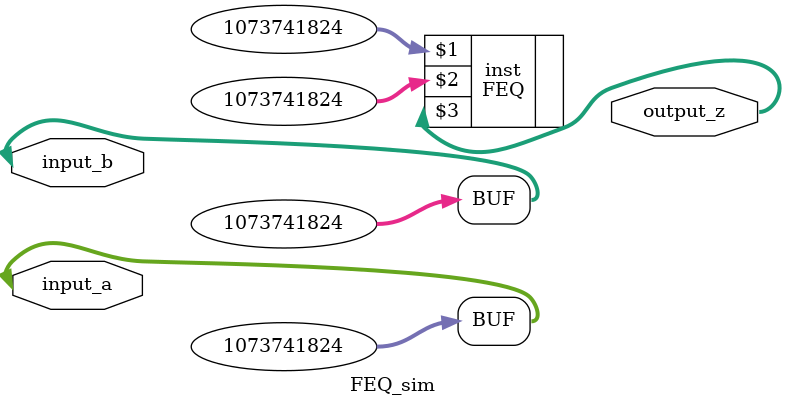
<source format=sv>
`timescale 1ns / 1ps


module FEQ_sim(
    input reg [31:0] input_a,
	input reg [31:0] input_b,
    output logic [31:0] output_z
    );
    FEQ inst(input_a, input_b, output_z);
    
    initial begin
                
            input_b = 32'h82000000;
            input_a = 32'h82000000;
            
            #10;
            
            input_a = 32'h40000000;
            input_b = 32'h40a9999a;
            
            #10;
            
            input_a = 32'h40000000;
            input_b = 32'h40200000;
            #15;
                        
            input_a = 32'h40000000;
            input_b = 32'h40000000;
            #15;
    
    end
endmodule

</source>
